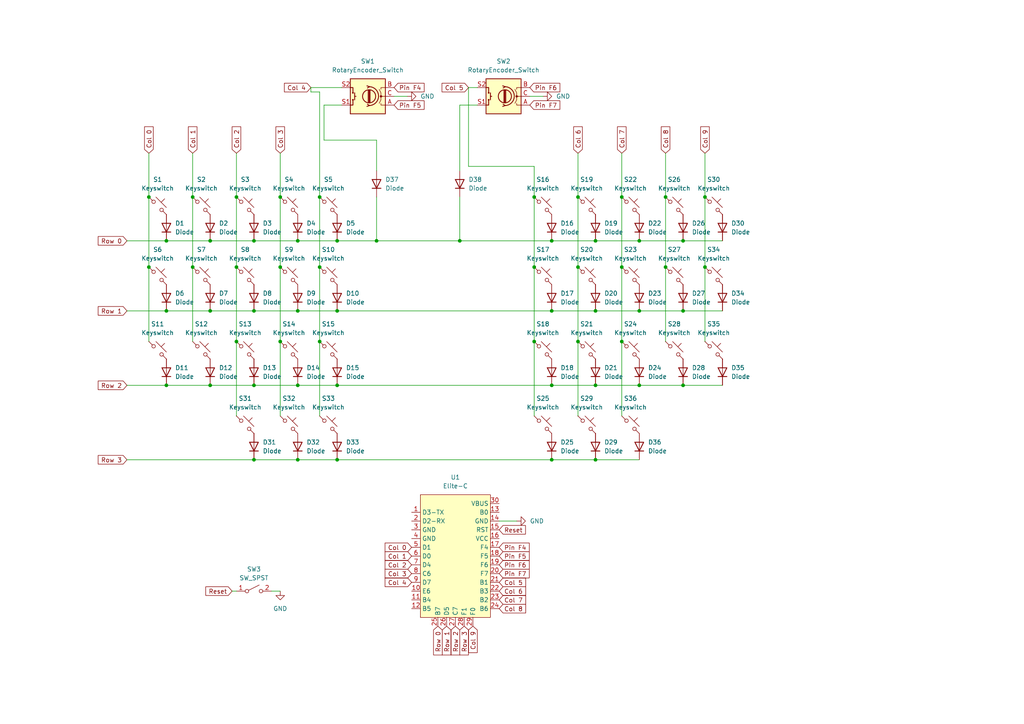
<source format=kicad_sch>
(kicad_sch (version 20230121) (generator eeschema)
  (paper "A4")
  (lib_symbols
    (symbol "Device:RotaryEncoder_Switch" (pin_names (offset 0.254) hide)
      (property "Reference" "SW" (at 0 6.604 0))
      (property "Value" "RotaryEncoder_Switch" (at 0 -6.604 0))
      (symbol "RotaryEncoder_Switch_0_1"
        (rectangle (start -5.08 5.08) (end 5.08 -5.08) (stroke (width 0.254)) (fill (type background)))
        (circle (center -3.81 0) (radius 0.254) (fill (type outline)))
        (circle (center -0.381 0) (radius 1.905) (stroke (width 0.254)))
        (arc (start -0.381 2.667) (mid -3.0988 -0.0635) (end -0.381 -2.794) (stroke (width 0.254)))
        (polyline (pts (xy -0.635 -1.778) (xy -0.635 1.778)) (stroke (width 0.254)))
        (polyline (pts (xy -0.381 -1.778) (xy -0.381 1.778)) (stroke (width 0.254)))
        (polyline (pts (xy -0.127 1.778) (xy -0.127 -1.778)) (stroke (width 0.254)))
        (polyline (pts (xy 3.81 0) (xy 3.429 0)) (stroke (width 0.254)))
        (polyline (pts (xy 3.81 1.016) (xy 3.81 -1.016)) (stroke (width 0.254)))
        (polyline (pts (xy -5.08 -2.54) (xy -3.81 -2.54) (xy -3.81 -2.032)))
        (polyline (pts (xy -5.08 2.54) (xy -3.81 2.54) (xy -3.81 2.032)))
        (polyline (pts (xy 0.254 -3.048) (xy -0.508 -2.794) (xy 0.127 -2.413)) (stroke (width 0.254)))
        (polyline (pts (xy 0.254 2.921) (xy -0.508 2.667) (xy 0.127 2.286)) (stroke (width 0.254)))
        (polyline (pts (xy 5.08 -2.54) (xy 4.318 -2.54) (xy 4.318 -1.016)) (stroke (width 0.254)))
        (polyline (pts (xy 5.08 2.54) (xy 4.318 2.54) (xy 4.318 1.016)) (stroke (width 0.254)))
        (polyline (pts (xy -5.08 0) (xy -3.81 0) (xy -3.81 -1.016) (xy -3.302 -2.032)))
        (polyline (pts (xy -4.318 0) (xy -3.81 0) (xy -3.81 1.016) (xy -3.302 2.032)))
        (circle (center 4.318 -1.016) (radius 0.127) (stroke (width 0.254)))
        (circle (center 4.318 1.016) (radius 0.127) (stroke (width 0.254)))
      )
      (symbol "RotaryEncoder_Switch_1_1"
        (pin passive line (at -7.62 2.54 0) (length 2.54) (name "A") (number "A"))
        (pin passive line (at -7.62 -2.54 0) (length 2.54) (name "B") (number "B"))
        (pin passive line (at -7.62 0 0) (length 2.54) (name "C") (number "C"))
        (pin passive line (at 7.62 2.54 180) (length 2.54) (name "S1") (number "S1"))
        (pin passive line (at 7.62 -2.54 180) (length 2.54) (name "S2") (number "S2"))
      )
    )
    (symbol "PCM_marbastlib-promicroish:Elite-C" (in_bom no)
      (property "Reference" "U" (at 0 22.86 0))
      (property "Value" "Elite-C" (at 0 20.32 0))
      (symbol "Elite-C_0_0"
        (pin bidirectional line (at -12.7 13.97 0) (length 2.54) (name "D3-TX") (number "1"))
        (pin bidirectional line (at -12.7 -8.89 0) (length 2.54) (name "E6") (number "10"))
        (pin bidirectional line (at -12.7 -11.43 0) (length 2.54) (name "B4") (number "11"))
        (pin bidirectional line (at -12.7 -13.97 0) (length 2.54) (name "B5") (number "12"))
        (pin power_out line (at 12.7 11.43 180) (length 2.54) (name "GND") (number "14"))
        (pin bidirectional line (at 12.7 8.89 180) (length 2.54) (name "RST") (number "15"))
        (pin bidirectional line (at 12.7 3.81 180) (length 2.54) (name "F4") (number "17"))
        (pin bidirectional line (at 12.7 1.27 180) (length 2.54) (name "F5") (number "18"))
        (pin bidirectional line (at 12.7 -1.27 180) (length 2.54) (name "F6") (number "19"))
        (pin bidirectional line (at -12.7 11.43 0) (length 2.54) (name "D2-RX") (number "2"))
        (pin bidirectional line (at 12.7 -3.81 180) (length 2.54) (name "F7") (number "20"))
        (pin bidirectional line (at 12.7 -6.35 180) (length 2.54) (name "B1") (number "21"))
        (pin bidirectional line (at 12.7 -8.89 180) (length 2.54) (name "B3") (number "22"))
        (pin bidirectional line (at 12.7 -11.43 180) (length 2.54) (name "B2") (number "23"))
        (pin bidirectional line (at 12.7 -13.97 180) (length 2.54) (name "B6") (number "24"))
        (pin power_out line (at -12.7 8.89 0) (length 2.54) (name "GND") (number "3"))
        (pin power_out line (at -12.7 6.35 0) (length 2.54) (name "GND") (number "4"))
        (pin bidirectional line (at -12.7 3.81 0) (length 2.54) (name "D1") (number "5"))
        (pin bidirectional line (at -12.7 1.27 0) (length 2.54) (name "D0") (number "6"))
        (pin bidirectional line (at -12.7 -1.27 0) (length 2.54) (name "D4") (number "7"))
        (pin bidirectional line (at -12.7 -3.81 0) (length 2.54) (name "C6") (number "8"))
        (pin bidirectional line (at -12.7 -6.35 0) (length 2.54) (name "D7") (number "9"))
      )
      (symbol "Elite-C_1_0"
        (pin bidirectional line (at 12.7 13.97 180) (length 2.54) (name "B0") (number "13"))
        (pin power_out line (at 12.7 6.35 180) (length 2.54) (name "VCC") (number "16"))
        (pin bidirectional line (at -5.08 -19.05 90) (length 2.54) (name "B7") (number "25"))
        (pin bidirectional line (at -2.54 -19.05 90) (length 2.54) (name "D5") (number "26"))
        (pin bidirectional line (at 0 -19.05 90) (length 2.54) (name "C7") (number "27"))
        (pin bidirectional line (at 2.54 -19.05 90) (length 2.54) (name "F1") (number "28"))
        (pin bidirectional line (at 5.08 -19.05 90) (length 2.54) (name "F0") (number "29"))
        (pin power_in line (at 12.7 16.51 180) (length 2.54) (name "VBUS") (number "30"))
      )
      (symbol "Elite-C_1_1"
        (rectangle (start -10.16 19.05) (end 10.16 -16.51) (fill (type background)))
      )
    )
    (symbol "ScottoKeebs:Placeholder_Diode" (pin_numbers hide) (pin_names hide)
      (property "Reference" "D" (at 0 2.54 0))
      (property "Value" "Diode" (at 0 -2.54 0))
      (symbol "Placeholder_Diode_0_1"
        (polyline (pts (xy -1.27 1.27) (xy -1.27 -1.27)) (stroke (width 0.254)))
        (polyline (pts (xy 1.27 0) (xy -1.27 0)))
        (polyline (pts (xy 1.27 1.27) (xy 1.27 -1.27) (xy -1.27 0) (xy 1.27 1.27)) (stroke (width 0.254)))
      )
      (symbol "Placeholder_Diode_1_1"
        (pin passive line (at -3.81 0 0) (length 2.54) (name "K") (number "1"))
        (pin passive line (at 3.81 0 180) (length 2.54) (name "A") (number "2"))
      )
    )
    (symbol "ScottoKeebs:Placeholder_Keyswitch" (pin_numbers hide) (pin_names (offset 1.016) hide)
      (property "Reference" "S" (at 3.048 1.016 0))
      (property "Value" "Keyswitch" (at 0 -3.81 0))
      (symbol "Placeholder_Keyswitch_0_1"
        (circle (center -1.1684 1.1684) (radius 0.508))
        (polyline (pts (xy -0.508 2.54) (xy 2.54 -0.508)))
        (polyline (pts (xy 1.016 1.016) (xy 2.032 2.032)))
        (polyline (pts (xy -2.54 2.54) (xy -1.524 1.524) (xy -1.524 1.524)))
        (polyline (pts (xy 1.524 -1.524) (xy 2.54 -2.54) (xy 2.54 -2.54) (xy 2.54 -2.54)))
        (circle (center 1.143 -1.1938) (radius 0.508))
        (pin passive line (at -2.54 2.54 0) (length 0) (name "1") (number "1"))
        (pin passive line (at 2.54 -2.54 180) (length 0) (name "2") (number "2"))
      )
    )
    (symbol "Switch:SW_SPST" (pin_names (offset 0) hide)
      (property "Reference" "SW" (at 0 3.175 0))
      (property "Value" "SW_SPST" (at 0 -2.54 0))
      (symbol "SW_SPST_0_0"
        (circle (center -2.032 0) (radius 0.508))
        (polyline (pts (xy -1.524 0.254) (xy 1.524 1.778)))
        (circle (center 2.032 0) (radius 0.508))
      )
      (symbol "SW_SPST_1_1"
        (pin passive line (at -5.08 0 0) (length 2.54) (name "A") (number "1"))
        (pin passive line (at 5.08 0 180) (length 2.54) (name "B") (number "2"))
      )
    )
    (symbol "power:GND" (power) (pin_names (offset 0))
      (property "Value" "GND" (at 0 -3.81 0))
      (symbol "GND_0_1"
        (polyline (pts (xy 0 0) (xy 0 -1.27) (xy 1.27 -1.27) (xy 0 -2.54) (xy -1.27 -1.27) (xy 0 -1.27)))
      )
      (symbol "GND_1_1"
        (pin power_in line (at 0 0 270) (length 0) hide (name "GND") (number "1"))
      )
    )
  )
  (junction (at 198.12 90.17))
  (junction (at 81.28 77.47))
  (junction (at 68.58 77.47))
  (junction (at 185.42 69.85))
  (junction (at 198.12 111.76))
  (junction (at 43.18 77.47))
  (junction (at 60.96 111.76))
  (junction (at 92.71 99.06))
  (junction (at 68.58 57.15))
  (junction (at 160.02 111.76))
  (junction (at 154.94 99.06))
  (junction (at 86.36 111.76))
  (junction (at 185.42 111.76))
  (junction (at 81.28 57.15))
  (junction (at 97.79 90.17))
  (junction (at 60.96 90.17))
  (junction (at 48.26 111.76))
  (junction (at 55.88 77.47))
  (junction (at 180.34 57.15))
  (junction (at 60.96 69.85))
  (junction (at 154.94 77.47))
  (junction (at 86.36 133.35))
  (junction (at 81.28 99.06))
  (junction (at 172.72 90.17))
  (junction (at 92.71 77.47))
  (junction (at 180.34 77.47))
  (junction (at 73.66 133.35))
  (junction (at 154.94 57.15))
  (junction (at 172.72 133.35))
  (junction (at 185.42 90.17))
  (junction (at 133.35 69.85))
  (junction (at 48.26 69.85))
  (junction (at 55.88 57.15))
  (junction (at 73.66 69.85))
  (junction (at 204.47 77.47))
  (junction (at 204.47 57.15))
  (junction (at 160.02 90.17))
  (junction (at 97.79 111.76))
  (junction (at 73.66 90.17))
  (junction (at 109.22 69.85))
  (junction (at 180.34 99.06))
  (junction (at 172.72 69.85))
  (junction (at 86.36 90.17))
  (junction (at 86.36 69.85))
  (junction (at 68.58 99.06))
  (junction (at 97.79 69.85))
  (junction (at 167.64 57.15))
  (junction (at 160.02 69.85))
  (junction (at 167.64 99.06))
  (junction (at 160.02 133.35))
  (junction (at 48.26 90.17))
  (junction (at 172.72 111.76))
  (junction (at 97.79 133.35))
  (junction (at 92.71 57.15))
  (junction (at 193.04 77.47))
  (junction (at 193.04 57.15))
  (junction (at 167.64 77.47))
  (junction (at 43.18 57.15))
  (junction (at 198.12 69.85))
  (junction (at 73.66 111.76))
  (wire (pts (xy 160.02 69.85) (xy 172.72 69.85)))
  (wire (pts (xy 198.12 69.85) (xy 209.55 69.85)))
  (wire (pts (xy 36.83 90.17) (xy 48.26 90.17)))
  (wire (pts (xy 60.96 90.17) (xy 73.66 90.17)))
  (wire (pts (xy 160.02 133.35) (xy 172.72 133.35)))
  (wire (pts (xy 172.72 90.17) (xy 185.42 90.17)))
  (wire (pts (xy 154.94 48.26) (xy 154.94 57.15)))
  (wire (pts (xy 185.42 69.85) (xy 198.12 69.85)))
  (wire (pts (xy 172.72 133.35) (xy 185.42 133.35)))
  (wire (pts (xy 133.35 30.48) (xy 133.35 49.53)))
  (wire (pts (xy 48.26 90.17) (xy 60.96 90.17)))
  (wire (pts (xy 109.22 40.64) (xy 109.22 49.53)))
  (wire (pts (xy 167.64 57.15) (xy 167.64 77.47)))
  (wire (pts (xy 90.17 26.67) (xy 92.71 26.67)))
  (wire (pts (xy 68.58 44.45) (xy 68.58 57.15)))
  (wire (pts (xy 135.89 48.26) (xy 135.89 25.4)))
  (wire (pts (xy 92.71 26.67) (xy 92.71 57.15)))
  (wire (pts (xy 180.34 44.45) (xy 180.34 57.15)))
  (wire (pts (xy 172.72 69.85) (xy 185.42 69.85)))
  (wire (pts (xy 93.98 40.64) (xy 93.98 30.48)))
  (wire (pts (xy 60.96 69.85) (xy 73.66 69.85)))
  (wire (pts (xy 97.79 90.17) (xy 160.02 90.17)))
  (wire (pts (xy 157.48 27.94) (xy 153.67 27.94)))
  (wire (pts (xy 55.88 44.45) (xy 55.88 57.15)))
  (wire (pts (xy 185.42 111.76) (xy 198.12 111.76)))
  (wire (pts (xy 36.83 111.76) (xy 48.26 111.76)))
  (wire (pts (xy 48.26 69.85) (xy 60.96 69.85)))
  (wire (pts (xy 86.36 111.76) (xy 97.79 111.76)))
  (wire (pts (xy 133.35 57.15) (xy 133.35 69.85)))
  (wire (pts (xy 92.71 99.06) (xy 92.71 120.65)))
  (wire (pts (xy 81.28 57.15) (xy 81.28 77.47)))
  (wire (pts (xy 48.26 111.76) (xy 60.96 111.76)))
  (wire (pts (xy 198.12 111.76) (xy 209.55 111.76)))
  (wire (pts (xy 160.02 90.17) (xy 172.72 90.17)))
  (wire (pts (xy 90.17 25.4) (xy 99.06 25.4)))
  (wire (pts (xy 81.28 171.45) (xy 78.74 171.45)))
  (wire (pts (xy 180.34 57.15) (xy 180.34 77.47)))
  (wire (pts (xy 97.79 111.76) (xy 160.02 111.76)))
  (wire (pts (xy 73.66 90.17) (xy 86.36 90.17)))
  (wire (pts (xy 68.58 57.15) (xy 68.58 77.47)))
  (wire (pts (xy 93.98 30.48) (xy 99.06 30.48)))
  (wire (pts (xy 109.22 69.85) (xy 133.35 69.85)))
  (wire (pts (xy 43.18 44.45) (xy 43.18 57.15)))
  (wire (pts (xy 36.83 69.85) (xy 48.26 69.85)))
  (wire (pts (xy 90.17 25.4) (xy 90.17 26.67)))
  (wire (pts (xy 67.31 171.45) (xy 68.58 171.45)))
  (wire (pts (xy 36.83 133.35) (xy 73.66 133.35)))
  (wire (pts (xy 133.35 30.48) (xy 138.43 30.48)))
  (wire (pts (xy 167.64 44.45) (xy 167.64 57.15)))
  (wire (pts (xy 198.12 90.17) (xy 209.55 90.17)))
  (wire (pts (xy 73.66 133.35) (xy 86.36 133.35)))
  (wire (pts (xy 193.04 77.47) (xy 193.04 99.06)))
  (wire (pts (xy 86.36 90.17) (xy 97.79 90.17)))
  (wire (pts (xy 55.88 77.47) (xy 55.88 99.06)))
  (wire (pts (xy 81.28 77.47) (xy 81.28 99.06)))
  (wire (pts (xy 204.47 57.15) (xy 204.47 77.47)))
  (wire (pts (xy 43.18 77.47) (xy 43.18 99.06)))
  (wire (pts (xy 86.36 133.35) (xy 97.79 133.35)))
  (wire (pts (xy 149.86 151.13) (xy 144.78 151.13)))
  (wire (pts (xy 92.71 77.47) (xy 92.71 99.06)))
  (wire (pts (xy 193.04 44.45) (xy 193.04 57.15)))
  (wire (pts (xy 43.18 57.15) (xy 43.18 77.47)))
  (wire (pts (xy 55.88 57.15) (xy 55.88 77.47)))
  (wire (pts (xy 97.79 133.35) (xy 160.02 133.35)))
  (wire (pts (xy 204.47 44.45) (xy 204.47 57.15)))
  (wire (pts (xy 81.28 44.45) (xy 81.28 57.15)))
  (wire (pts (xy 81.28 99.06) (xy 81.28 120.65)))
  (wire (pts (xy 160.02 111.76) (xy 172.72 111.76)))
  (wire (pts (xy 154.94 77.47) (xy 154.94 99.06)))
  (wire (pts (xy 154.94 57.15) (xy 154.94 77.47)))
  (wire (pts (xy 154.94 99.06) (xy 154.94 120.65)))
  (wire (pts (xy 185.42 90.17) (xy 198.12 90.17)))
  (wire (pts (xy 180.34 99.06) (xy 180.34 120.65)))
  (wire (pts (xy 97.79 69.85) (xy 109.22 69.85)))
  (wire (pts (xy 172.72 111.76) (xy 185.42 111.76)))
  (wire (pts (xy 193.04 57.15) (xy 193.04 77.47)))
  (wire (pts (xy 109.22 40.64) (xy 93.98 40.64)))
  (wire (pts (xy 167.64 99.06) (xy 167.64 120.65)))
  (wire (pts (xy 204.47 77.47) (xy 204.47 99.06)))
  (wire (pts (xy 118.11 27.94) (xy 114.3 27.94)))
  (wire (pts (xy 68.58 77.47) (xy 68.58 99.06)))
  (wire (pts (xy 180.34 77.47) (xy 180.34 99.06)))
  (wire (pts (xy 154.94 48.26) (xy 135.89 48.26)))
  (wire (pts (xy 73.66 69.85) (xy 86.36 69.85)))
  (wire (pts (xy 68.58 99.06) (xy 68.58 120.65)))
  (wire (pts (xy 92.71 57.15) (xy 92.71 77.47)))
  (wire (pts (xy 167.64 77.47) (xy 167.64 99.06)))
  (wire (pts (xy 109.22 57.15) (xy 109.22 69.85)))
  (wire (pts (xy 86.36 69.85) (xy 97.79 69.85)))
  (wire (pts (xy 135.89 25.4) (xy 138.43 25.4)))
  (wire (pts (xy 73.66 111.76) (xy 86.36 111.76)))
  (wire (pts (xy 60.96 111.76) (xy 73.66 111.76)))
  (wire (pts (xy 160.02 69.85) (xy 133.35 69.85)))
  (global_label "Col 9" (shape input) (at 137.16 181.61 270) (property "Intersheetrefs" "${INTERSHEET_REFS}" (effects hide)))
  (global_label "Pin F6" (shape input) (at 144.78 163.83 0) (property "Intersheetrefs" "${INTERSHEET_REFS}" (effects hide)))
  (global_label "Pin F5" (shape input) (at 114.3 30.48 0) (property "Intersheetrefs" "${INTERSHEET_REFS}" (effects hide)))
  (global_label "Col 9" (shape input) (at 204.47 44.45 90) (property "Intersheetrefs" "${INTERSHEET_REFS}" (effects hide)))
  (global_label "Row 1" (shape input) (at 36.83 90.17 180) (property "Intersheetrefs" "${INTERSHEET_REFS}" (effects hide)))
  (global_label "Row 2" (shape input) (at 132.08 181.61 270) (property "Intersheetrefs" "${INTERSHEET_REFS}" (effects hide)))
  (global_label "Col 5" (shape input) (at 144.78 168.91 0) (property "Intersheetrefs" "${INTERSHEET_REFS}" (effects hide)))
  (global_label "Col 4" (shape input) (at 119.38 168.91 180) (property "Intersheetrefs" "${INTERSHEET_REFS}" (effects hide)))
  (global_label "Pin F6" (shape input) (at 153.67 25.4 0) (property "Intersheetrefs" "${INTERSHEET_REFS}" (effects hide)))
  (global_label "Pin F7" (shape input) (at 144.78 166.37 0) (property "Intersheetrefs" "${INTERSHEET_REFS}" (effects hide)))
  (global_label "Col 4" (shape input) (at 90.17 25.4 180) (property "Intersheetrefs" "${INTERSHEET_REFS}" (effects hide)))
  (global_label "Col 0" (shape input) (at 43.18 44.45 90) (property "Intersheetrefs" "${INTERSHEET_REFS}" (effects hide)))
  (global_label "Pin F7" (shape input) (at 153.67 30.48 0) (property "Intersheetrefs" "${INTERSHEET_REFS}" (effects hide)))
  (global_label "Col 1" (shape input) (at 119.38 161.29 180) (property "Intersheetrefs" "${INTERSHEET_REFS}" (effects hide)))
  (global_label "Col 6" (shape input) (at 167.64 44.45 90) (property "Intersheetrefs" "${INTERSHEET_REFS}" (effects hide)))
  (global_label "Col 0" (shape input) (at 119.38 158.75 180) (property "Intersheetrefs" "${INTERSHEET_REFS}" (effects hide)))
  (global_label "Pin F4" (shape input) (at 144.78 158.75 0) (property "Intersheetrefs" "${INTERSHEET_REFS}" (effects hide)))
  (global_label "Reset" (shape input) (at 67.31 171.45 180) (property "Intersheetrefs" "${INTERSHEET_REFS}" (effects hide)))
  (global_label "Row 0" (shape input) (at 127 181.61 270) (property "Intersheetrefs" "${INTERSHEET_REFS}" (effects hide)))
  (global_label "Row 3" (shape input) (at 134.62 181.61 270) (property "Intersheetrefs" "${INTERSHEET_REFS}" (effects hide)))
  (global_label "Col 6" (shape input) (at 144.78 171.45 0) (property "Intersheetrefs" "${INTERSHEET_REFS}" (effects hide)))
  (global_label "Row 3" (shape input) (at 36.83 133.35 180) (property "Intersheetrefs" "${INTERSHEET_REFS}" (effects hide)))
  (global_label "Col 7" (shape input) (at 144.78 173.99 0) (property "Intersheetrefs" "${INTERSHEET_REFS}" (effects hide)))
  (global_label "Col 8" (shape input) (at 144.78 176.53 0) (property "Intersheetrefs" "${INTERSHEET_REFS}" (effects hide)))
  (global_label "Col 3" (shape input) (at 119.38 166.37 180) (property "Intersheetrefs" "${INTERSHEET_REFS}" (effects hide)))
  (global_label "Reset" (shape input) (at 144.78 153.67 0) (property "Intersheetrefs" "${INTERSHEET_REFS}" (effects hide)))
  (global_label "Col 1" (shape input) (at 55.88 44.45 90) (property "Intersheetrefs" "${INTERSHEET_REFS}" (effects hide)))
  (global_label "Row 1" (shape input) (at 129.54 181.61 270) (property "Intersheetrefs" "${INTERSHEET_REFS}" (effects hide)))
  (global_label "Col 5" (shape input) (at 135.89 25.4 180) (property "Intersheetrefs" "${INTERSHEET_REFS}" (effects hide)))
  (global_label "Col 7" (shape input) (at 180.34 44.45 90) (property "Intersheetrefs" "${INTERSHEET_REFS}" (effects hide)))
  (global_label "Col 8" (shape input) (at 193.04 44.45 90) (property "Intersheetrefs" "${INTERSHEET_REFS}" (effects hide)))
  (global_label "Col 2" (shape input) (at 119.38 163.83 180) (property "Intersheetrefs" "${INTERSHEET_REFS}" (effects hide)))
  (global_label "Pin F4" (shape input) (at 114.3 25.4 0) (property "Intersheetrefs" "${INTERSHEET_REFS}" (effects hide)))
  (global_label "Col 3" (shape input) (at 81.28 44.45 90) (property "Intersheetrefs" "${INTERSHEET_REFS}" (effects hide)))
  (global_label "Pin F5" (shape input) (at 144.78 161.29 0) (property "Intersheetrefs" "${INTERSHEET_REFS}" (effects hide)))
  (global_label "Col 2" (shape input) (at 68.58 44.45 90) (property "Intersheetrefs" "${INTERSHEET_REFS}" (effects hide)))
  (global_label "Row 0" (shape input) (at 36.83 69.85 180) (property "Intersheetrefs" "${INTERSHEET_REFS}" (effects hide)))
  (global_label "Row 2" (shape input) (at 36.83 111.76 180) (property "Intersheetrefs" "${INTERSHEET_REFS}" (effects hide)))
  (symbol (lib_id "ScottoKeebs:Placeholder_Diode") (at 160.02 66.04 90) (unit 1)
    (property "Reference" "D16" (at 162.56 64.77 90) (effects (justify right)))
    (property "Value" "Diode" (at 162.56 67.31 90) (effects (justify right)))
    (property "Footprint" "ScottoKeebs_Components:Diode_SOD-123" (effects hide))
    (property "Sim.Device" "D" (effects hide))
    (property "Sim.Pins" "1=K 2=A" (effects hide))
  )
  (symbol (lib_id "ScottoKeebs:Placeholder_Keyswitch") (at 170.18 80.01 0) (unit 1)
    (property "Reference" "S20" (at 170.18 72.39 0))
    (property "Value" "Keyswitch" (at 170.18 74.93 0))
    (property "Footprint" "ScottoKeebs_MX:MX_PCB_1.00u" (effects hide))
  )
  (symbol (lib_id "ScottoKeebs:Placeholder_Keyswitch") (at 45.72 101.6 0) (unit 1)
    (property "Reference" "S11" (at 45.72 93.98 0))
    (property "Value" "Keyswitch" (at 45.72 96.52 0))
    (property "Footprint" "ScottoKeebs_MX:MX_PCB_1.00u" (effects hide))
  )
  (symbol (lib_id "ScottoKeebs:Placeholder_Diode") (at 86.36 107.95 90) (unit 1)
    (property "Reference" "D14" (at 88.9 106.68 90) (effects (justify right)))
    (property "Value" "Diode" (at 88.9 109.22 90) (effects (justify right)))
    (property "Footprint" "ScottoKeebs_Components:Diode_SOD-123" (effects hide))
    (property "Sim.Device" "D" (effects hide))
    (property "Sim.Pins" "1=K 2=A" (effects hide))
  )
  (symbol (lib_id "ScottoKeebs:Placeholder_Diode") (at 73.66 66.04 90) (unit 1)
    (property "Reference" "D3" (at 76.2 64.77 90) (effects (justify right)))
    (property "Value" "Diode" (at 76.2 67.31 90) (effects (justify right)))
    (property "Footprint" "ScottoKeebs_Components:Diode_SOD-123" (effects hide))
    (property "Sim.Device" "D" (effects hide))
    (property "Sim.Pins" "1=K 2=A" (effects hide))
  )
  (symbol (lib_id "ScottoKeebs:Placeholder_Diode") (at 48.26 66.04 90) (unit 1)
    (property "Reference" "D1" (at 50.8 64.77 90) (effects (justify right)))
    (property "Value" "Diode" (at 50.8 67.31 90) (effects (justify right)))
    (property "Footprint" "ScottoKeebs_Components:Diode_SOD-123" (effects hide))
    (property "Sim.Device" "D" (effects hide))
    (property "Sim.Pins" "1=K 2=A" (effects hide))
  )
  (symbol (lib_id "Device:RotaryEncoder_Switch") (at 106.68 27.94 180) (unit 1)
    (property "Reference" "SW1" (at 106.68 17.78 0))
    (property "Value" "RotaryEncoder_Switch" (at 106.68 20.32 0))
    (property "Footprint" "Keebio-Parts:RotaryEncoder_EC11" (effects hide))
  )
  (symbol (lib_id "ScottoKeebs:Placeholder_Keyswitch") (at 83.82 123.19 0) (unit 1)
    (property "Reference" "S32" (at 83.82 115.57 0))
    (property "Value" "Keyswitch" (at 83.82 118.11 0))
    (property "Footprint" "ScottoKeebs_MX:MX_PCB_1.00u" (effects hide))
  )
  (symbol (lib_id "ScottoKeebs:Placeholder_Keyswitch") (at 58.42 101.6 0) (unit 1)
    (property "Reference" "S12" (at 58.42 93.98 0))
    (property "Value" "Keyswitch" (at 58.42 96.52 0))
    (property "Footprint" "ScottoKeebs_MX:MX_PCB_1.00u" (effects hide))
  )
  (symbol (lib_id "ScottoKeebs:Placeholder_Keyswitch") (at 45.72 80.01 0) (unit 1)
    (property "Reference" "S6" (at 45.72 72.39 0))
    (property "Value" "Keyswitch" (at 45.72 74.93 0))
    (property "Footprint" "ScottoKeebs_MX:MX_PCB_1.00u" (effects hide))
  )
  (symbol (lib_id "ScottoKeebs:Placeholder_Diode") (at 172.72 66.04 90) (unit 1)
    (property "Reference" "D19" (at 175.26 64.77 90) (effects (justify right)))
    (property "Value" "Diode" (at 175.26 67.31 90) (effects (justify right)))
    (property "Footprint" "ScottoKeebs_Components:Diode_SOD-123" (effects hide))
    (property "Sim.Device" "D" (effects hide))
    (property "Sim.Pins" "1=K 2=A" (effects hide))
  )
  (symbol (lib_id "ScottoKeebs:Placeholder_Keyswitch") (at 157.48 123.19 0) (unit 1)
    (property "Reference" "S25" (at 157.48 115.57 0))
    (property "Value" "Keyswitch" (at 157.48 118.11 0))
    (property "Footprint" "ScottoKeebs_MX:MX_PCB_1.00u" (effects hide))
  )
  (symbol (lib_id "ScottoKeebs:Placeholder_Keyswitch") (at 58.42 80.01 0) (unit 1)
    (property "Reference" "S7" (at 58.42 72.39 0))
    (property "Value" "Keyswitch" (at 58.42 74.93 0))
    (property "Footprint" "ScottoKeebs_MX:MX_PCB_1.00u" (effects hide))
  )
  (symbol (lib_id "ScottoKeebs:Placeholder_Diode") (at 133.35 53.34 90) (unit 1)
    (property "Reference" "D38" (at 135.89 52.07 90) (effects (justify right)))
    (property "Value" "Diode" (at 135.89 54.61 90) (effects (justify right)))
    (property "Footprint" "ScottoKeebs_Components:Diode_SOD-123" (effects hide))
    (property "Sim.Device" "D" (effects hide))
    (property "Sim.Pins" "1=K 2=A" (effects hide))
  )
  (symbol (lib_id "ScottoKeebs:Placeholder_Diode") (at 60.96 66.04 90) (unit 1)
    (property "Reference" "D2" (at 63.5 64.77 90) (effects (justify right)))
    (property "Value" "Diode" (at 63.5 67.31 90) (effects (justify right)))
    (property "Footprint" "ScottoKeebs_Components:Diode_SOD-123" (effects hide))
    (property "Sim.Device" "D" (effects hide))
    (property "Sim.Pins" "1=K 2=A" (effects hide))
  )
  (symbol (lib_id "ScottoKeebs:Placeholder_Keyswitch") (at 182.88 123.19 0) (unit 1)
    (property "Reference" "S36" (at 182.88 115.57 0))
    (property "Value" "Keyswitch" (at 182.88 118.11 0))
    (property "Footprint" "ScottoKeebs_MX:MX_PCB_1.00u" (effects hide))
  )
  (symbol (lib_id "power:GND") (at 118.11 27.94 90) (unit 1)
    (property "Reference" "#PWR02" (effects hide))
    (property "Value" "GND" (at 121.92 27.94 90) (effects (justify right)))
  )
  (symbol (lib_id "ScottoKeebs:Placeholder_Keyswitch") (at 207.01 80.01 0) (unit 1)
    (property "Reference" "S34" (at 207.01 72.39 0))
    (property "Value" "Keyswitch" (at 207.01 74.93 0))
    (property "Footprint" "ScottoKeebs_MX:MX_PCB_1.00u" (effects hide))
  )
  (symbol (lib_id "ScottoKeebs:Placeholder_Diode") (at 86.36 129.54 90) (unit 1)
    (property "Reference" "D32" (at 88.9 128.27 90) (effects (justify right)))
    (property "Value" "Diode" (at 88.9 130.81 90) (effects (justify right)))
    (property "Footprint" "ScottoKeebs_Components:Diode_SOD-123" (effects hide))
    (property "Sim.Device" "D" (effects hide))
    (property "Sim.Pins" "1=K 2=A" (effects hide))
  )
  (symbol (lib_id "ScottoKeebs:Placeholder_Diode") (at 73.66 129.54 90) (unit 1)
    (property "Reference" "D31" (at 76.2 128.27 90) (effects (justify right)))
    (property "Value" "Diode" (at 76.2 130.81 90) (effects (justify right)))
    (property "Footprint" "ScottoKeebs_Components:Diode_SOD-123" (effects hide))
    (property "Sim.Device" "D" (effects hide))
    (property "Sim.Pins" "1=K 2=A" (effects hide))
  )
  (symbol (lib_id "ScottoKeebs:Placeholder_Diode") (at 86.36 86.36 90) (unit 1)
    (property "Reference" "D9" (at 88.9 85.09 90) (effects (justify right)))
    (property "Value" "Diode" (at 88.9 87.63 90) (effects (justify right)))
    (property "Footprint" "ScottoKeebs_Components:Diode_SOD-123" (effects hide))
    (property "Sim.Device" "D" (effects hide))
    (property "Sim.Pins" "1=K 2=A" (effects hide))
  )
  (symbol (lib_id "ScottoKeebs:Placeholder_Diode") (at 185.42 107.95 90) (unit 1)
    (property "Reference" "D24" (at 187.96 106.68 90) (effects (justify right)))
    (property "Value" "Diode" (at 187.96 109.22 90) (effects (justify right)))
    (property "Footprint" "ScottoKeebs_Components:Diode_SOD-123" (effects hide))
    (property "Sim.Device" "D" (effects hide))
    (property "Sim.Pins" "1=K 2=A" (effects hide))
  )
  (symbol (lib_id "ScottoKeebs:Placeholder_Keyswitch") (at 95.25 101.6 0) (unit 1)
    (property "Reference" "S15" (at 95.25 93.98 0))
    (property "Value" "Keyswitch" (at 95.25 96.52 0))
    (property "Footprint" "ScottoKeebs_MX:MX_PCB_1.00u" (effects hide))
  )
  (symbol (lib_id "ScottoKeebs:Placeholder_Keyswitch") (at 157.48 80.01 0) (unit 1)
    (property "Reference" "S17" (at 157.48 72.39 0))
    (property "Value" "Keyswitch" (at 157.48 74.93 0))
    (property "Footprint" "ScottoKeebs_MX:MX_PCB_1.00u" (effects hide))
  )
  (symbol (lib_id "ScottoKeebs:Placeholder_Keyswitch") (at 83.82 59.69 0) (unit 1)
    (property "Reference" "S4" (at 83.82 52.07 0))
    (property "Value" "Keyswitch" (at 83.82 54.61 0))
    (property "Footprint" "ScottoKeebs_MX:MX_PCB_1.00u" (effects hide))
  )
  (symbol (lib_id "ScottoKeebs:Placeholder_Keyswitch") (at 71.12 80.01 0) (unit 1)
    (property "Reference" "S8" (at 71.12 72.39 0))
    (property "Value" "Keyswitch" (at 71.12 74.93 0))
    (property "Footprint" "ScottoKeebs_MX:MX_PCB_1.00u" (effects hide))
  )
  (symbol (lib_id "ScottoKeebs:Placeholder_Diode") (at 160.02 86.36 90) (unit 1)
    (property "Reference" "D17" (at 162.56 85.09 90) (effects (justify right)))
    (property "Value" "Diode" (at 162.56 87.63 90) (effects (justify right)))
    (property "Footprint" "ScottoKeebs_Components:Diode_SOD-123" (effects hide))
    (property "Sim.Device" "D" (effects hide))
    (property "Sim.Pins" "1=K 2=A" (effects hide))
  )
  (symbol (lib_id "ScottoKeebs:Placeholder_Diode") (at 172.72 107.95 90) (unit 1)
    (property "Reference" "D21" (at 175.26 106.68 90) (effects (justify right)))
    (property "Value" "Diode" (at 175.26 109.22 90) (effects (justify right)))
    (property "Footprint" "ScottoKeebs_Components:Diode_SOD-123" (effects hide))
    (property "Sim.Device" "D" (effects hide))
    (property "Sim.Pins" "1=K 2=A" (effects hide))
  )
  (symbol (lib_id "ScottoKeebs:Placeholder_Keyswitch") (at 157.48 101.6 0) (unit 1)
    (property "Reference" "S18" (at 157.48 93.98 0))
    (property "Value" "Keyswitch" (at 157.48 96.52 0))
    (property "Footprint" "ScottoKeebs_MX:MX_PCB_1.00u" (effects hide))
  )
  (symbol (lib_id "ScottoKeebs:Placeholder_Keyswitch") (at 170.18 59.69 0) (unit 1)
    (property "Reference" "S19" (at 170.18 52.07 0))
    (property "Value" "Keyswitch" (at 170.18 54.61 0))
    (property "Footprint" "ScottoKeebs_MX:MX_PCB_1.00u" (effects hide))
  )
  (symbol (lib_id "ScottoKeebs:Placeholder_Keyswitch") (at 195.58 59.69 0) (unit 1)
    (property "Reference" "S26" (at 195.58 52.07 0))
    (property "Value" "Keyswitch" (at 195.58 54.61 0))
    (property "Footprint" "ScottoKeebs_MX:MX_PCB_1.00u" (effects hide))
  )
  (symbol (lib_id "ScottoKeebs:Placeholder_Diode") (at 109.22 53.34 90) (unit 1)
    (property "Reference" "D37" (at 111.76 52.07 90) (effects (justify right)))
    (property "Value" "Diode" (at 111.76 54.61 90) (effects (justify right)))
    (property "Footprint" "ScottoKeebs_Components:Diode_SOD-123" (effects hide))
    (property "Sim.Device" "D" (effects hide))
    (property "Sim.Pins" "1=K 2=A" (effects hide))
  )
  (symbol (lib_id "ScottoKeebs:Placeholder_Keyswitch") (at 170.18 123.19 0) (unit 1)
    (property "Reference" "S29" (at 170.18 115.57 0))
    (property "Value" "Keyswitch" (at 170.18 118.11 0))
    (property "Footprint" "ScottoKeebs_MX:MX_PCB_1.00u" (effects hide))
  )
  (symbol (lib_id "power:GND") (at 81.28 171.45 0) (unit 1)
    (property "Reference" "#PWR04" (effects hide))
    (property "Value" "GND" (at 81.28 176.53 0))
  )
  (symbol (lib_id "ScottoKeebs:Placeholder_Diode") (at 198.12 66.04 90) (unit 1)
    (property "Reference" "D26" (at 200.66 64.77 90) (effects (justify right)))
    (property "Value" "Diode" (at 200.66 67.31 90) (effects (justify right)))
    (property "Footprint" "ScottoKeebs_Components:Diode_SOD-123" (effects hide))
    (property "Sim.Device" "D" (effects hide))
    (property "Sim.Pins" "1=K 2=A" (effects hide))
  )
  (symbol (lib_id "ScottoKeebs:Placeholder_Diode") (at 60.96 107.95 90) (unit 1)
    (property "Reference" "D12" (at 63.5 106.68 90) (effects (justify right)))
    (property "Value" "Diode" (at 63.5 109.22 90) (effects (justify right)))
    (property "Footprint" "ScottoKeebs_Components:Diode_SOD-123" (effects hide))
    (property "Sim.Device" "D" (effects hide))
    (property "Sim.Pins" "1=K 2=A" (effects hide))
  )
  (symbol (lib_id "ScottoKeebs:Placeholder_Diode") (at 60.96 86.36 90) (unit 1)
    (property "Reference" "D7" (at 63.5 85.09 90) (effects (justify right)))
    (property "Value" "Diode" (at 63.5 87.63 90) (effects (justify right)))
    (property "Footprint" "ScottoKeebs_Components:Diode_SOD-123" (effects hide))
    (property "Sim.Device" "D" (effects hide))
    (property "Sim.Pins" "1=K 2=A" (effects hide))
  )
  (symbol (lib_id "ScottoKeebs:Placeholder_Diode") (at 209.55 86.36 90) (unit 1)
    (property "Reference" "D34" (at 212.09 85.09 90) (effects (justify right)))
    (property "Value" "Diode" (at 212.09 87.63 90) (effects (justify right)))
    (property "Footprint" "ScottoKeebs_Components:Diode_SOD-123" (effects hide))
    (property "Sim.Device" "D" (effects hide))
    (property "Sim.Pins" "1=K 2=A" (effects hide))
  )
  (symbol (lib_id "ScottoKeebs:Placeholder_Keyswitch") (at 95.25 80.01 0) (unit 1)
    (property "Reference" "S10" (at 95.25 72.39 0))
    (property "Value" "Keyswitch" (at 95.25 74.93 0))
    (property "Footprint" "ScottoKeebs_MX:MX_PCB_1.00u" (effects hide))
  )
  (symbol (lib_id "ScottoKeebs:Placeholder_Diode") (at 198.12 107.95 90) (unit 1)
    (property "Reference" "D28" (at 200.66 106.68 90) (effects (justify right)))
    (property "Value" "Diode" (at 200.66 109.22 90) (effects (justify right)))
    (property "Footprint" "ScottoKeebs_Components:Diode_SOD-123" (effects hide))
    (property "Sim.Device" "D" (effects hide))
    (property "Sim.Pins" "1=K 2=A" (effects hide))
  )
  (symbol (lib_id "ScottoKeebs:Placeholder_Diode") (at 97.79 129.54 90) (unit 1)
    (property "Reference" "D33" (at 100.33 128.27 90) (effects (justify right)))
    (property "Value" "Diode" (at 100.33 130.81 90) (effects (justify right)))
    (property "Footprint" "ScottoKeebs_Components:Diode_SOD-123" (effects hide))
    (property "Sim.Device" "D" (effects hide))
    (property "Sim.Pins" "1=K 2=A" (effects hide))
  )
  (symbol (lib_id "ScottoKeebs:Placeholder_Diode") (at 97.79 66.04 90) (unit 1)
    (property "Reference" "D5" (at 100.33 64.77 90) (effects (justify right)))
    (property "Value" "Diode" (at 100.33 67.31 90) (effects (justify right)))
    (property "Footprint" "ScottoKeebs_Components:Diode_SOD-123" (effects hide))
    (property "Sim.Device" "D" (effects hide))
    (property "Sim.Pins" "1=K 2=A" (effects hide))
  )
  (symbol (lib_id "ScottoKeebs:Placeholder_Keyswitch") (at 207.01 59.69 0) (unit 1)
    (property "Reference" "S30" (at 207.01 52.07 0))
    (property "Value" "Keyswitch" (at 207.01 54.61 0))
    (property "Footprint" "ScottoKeebs_MX:MX_PCB_1.00u" (effects hide))
  )
  (symbol (lib_id "power:GND") (at 149.86 151.13 90) (unit 1)
    (property "Reference" "#PWR06" (effects hide))
    (property "Value" "GND" (at 153.67 151.13 90) (effects (justify right)))
  )
  (symbol (lib_id "ScottoKeebs:Placeholder_Keyswitch") (at 58.42 59.69 0) (unit 1)
    (property "Reference" "S2" (at 58.42 52.07 0))
    (property "Value" "Keyswitch" (at 58.42 54.61 0))
    (property "Footprint" "ScottoKeebs_MX:MX_PCB_1.00u" (effects hide))
  )
  (symbol (lib_id "ScottoKeebs:Placeholder_Diode") (at 185.42 66.04 90) (unit 1)
    (property "Reference" "D22" (at 187.96 64.77 90) (effects (justify right)))
    (property "Value" "Diode" (at 187.96 67.31 90) (effects (justify right)))
    (property "Footprint" "ScottoKeebs_Components:Diode_SOD-123" (effects hide))
    (property "Sim.Device" "D" (effects hide))
    (property "Sim.Pins" "1=K 2=A" (effects hide))
  )
  (symbol (lib_id "ScottoKeebs:Placeholder_Keyswitch") (at 157.48 59.69 0) (unit 1)
    (property "Reference" "S16" (at 157.48 52.07 0))
    (property "Value" "Keyswitch" (at 157.48 54.61 0))
    (property "Footprint" "ScottoKeebs_MX:MX_PCB_1.00u" (effects hide))
  )
  (symbol (lib_id "ScottoKeebs:Placeholder_Keyswitch") (at 83.82 101.6 0) (unit 1)
    (property "Reference" "S14" (at 83.82 93.98 0))
    (property "Value" "Keyswitch" (at 83.82 96.52 0))
    (property "Footprint" "ScottoKeebs_MX:MX_PCB_1.00u" (effects hide))
  )
  (symbol (lib_id "ScottoKeebs:Placeholder_Diode") (at 97.79 107.95 90) (unit 1)
    (property "Reference" "D15" (at 100.33 106.68 90) (effects (justify right)))
    (property "Value" "Diode" (at 100.33 109.22 90) (effects (justify right)))
    (property "Footprint" "ScottoKeebs_Components:Diode_SOD-123" (effects hide))
    (property "Sim.Device" "D" (effects hide))
    (property "Sim.Pins" "1=K 2=A" (effects hide))
  )
  (symbol (lib_id "Device:RotaryEncoder_Switch") (at 146.05 27.94 180) (unit 1)
    (property "Reference" "SW2" (at 146.05 17.78 0))
    (property "Value" "RotaryEncoder_Switch" (at 146.05 20.32 0))
    (property "Footprint" "Keebio-Parts:RotaryEncoder_EC11" (effects hide))
  )
  (symbol (lib_id "ScottoKeebs:Placeholder_Keyswitch") (at 83.82 80.01 0) (unit 1)
    (property "Reference" "S9" (at 83.82 72.39 0))
    (property "Value" "Keyswitch" (at 83.82 74.93 0))
    (property "Footprint" "ScottoKeebs_MX:MX_PCB_1.00u" (effects hide))
  )
  (symbol (lib_id "ScottoKeebs:Placeholder_Keyswitch") (at 182.88 59.69 0) (unit 1)
    (property "Reference" "S22" (at 182.88 52.07 0))
    (property "Value" "Keyswitch" (at 182.88 54.61 0))
    (property "Footprint" "ScottoKeebs_MX:MX_PCB_1.00u" (effects hide))
  )
  (symbol (lib_id "ScottoKeebs:Placeholder_Diode") (at 209.55 107.95 90) (unit 1)
    (property "Reference" "D35" (at 212.09 106.68 90) (effects (justify right)))
    (property "Value" "Diode" (at 212.09 109.22 90) (effects (justify right)))
    (property "Footprint" "ScottoKeebs_Components:Diode_SOD-123" (effects hide))
    (property "Sim.Device" "D" (effects hide))
    (property "Sim.Pins" "1=K 2=A" (effects hide))
  )
  (symbol (lib_id "ScottoKeebs:Placeholder_Diode") (at 48.26 86.36 90) (unit 1)
    (property "Reference" "D6" (at 50.8 85.09 90) (effects (justify right)))
    (property "Value" "Diode" (at 50.8 87.63 90) (effects (justify right)))
    (property "Footprint" "ScottoKeebs_Components:Diode_SOD-123" (effects hide))
    (property "Sim.Device" "D" (effects hide))
    (property "Sim.Pins" "1=K 2=A" (effects hide))
  )
  (symbol (lib_id "ScottoKeebs:Placeholder_Diode") (at 172.72 129.54 90) (unit 1)
    (property "Reference" "D29" (at 175.26 128.27 90) (effects (justify right)))
    (property "Value" "Diode" (at 175.26 130.81 90) (effects (justify right)))
    (property "Footprint" "ScottoKeebs_Components:Diode_SOD-123" (effects hide))
    (property "Sim.Device" "D" (effects hide))
    (property "Sim.Pins" "1=K 2=A" (effects hide))
  )
  (symbol (lib_id "ScottoKeebs:Placeholder_Keyswitch") (at 207.01 101.6 0) (unit 1)
    (property "Reference" "S35" (at 207.01 93.98 0))
    (property "Value" "Keyswitch" (at 207.01 96.52 0))
    (property "Footprint" "ScottoKeebs_MX:MX_PCB_1.00u" (effects hide))
  )
  (symbol (lib_id "ScottoKeebs:Placeholder_Keyswitch") (at 95.25 123.19 0) (unit 1)
    (property "Reference" "S33" (at 95.25 115.57 0))
    (property "Value" "Keyswitch" (at 95.25 118.11 0))
    (property "Footprint" "ScottoKeebs_MX:MX_PCB_1.00u" (effects hide))
  )
  (symbol (lib_id "ScottoKeebs:Placeholder_Keyswitch") (at 95.25 59.69 0) (unit 1)
    (property "Reference" "S5" (at 95.25 52.07 0))
    (property "Value" "Keyswitch" (at 95.25 54.61 0))
    (property "Footprint" "ScottoKeebs_MX:MX_PCB_1.00u" (effects hide))
  )
  (symbol (lib_id "Switch:SW_SPST") (at 73.66 171.45 0) (unit 1)
    (property "Reference" "SW3" (at 73.66 165.1 0))
    (property "Value" "SW_SPST" (at 73.66 167.64 0))
    (property "Footprint" "Elite-C-Adapter-bkb:PushSwitch" (effects hide))
  )
  (symbol (lib_id "ScottoKeebs:Placeholder_Keyswitch") (at 170.18 101.6 0) (unit 1)
    (property "Reference" "S21" (at 170.18 93.98 0))
    (property "Value" "Keyswitch" (at 170.18 96.52 0))
    (property "Footprint" "ScottoKeebs_MX:MX_PCB_1.00u" (effects hide))
  )
  (symbol (lib_id "ScottoKeebs:Placeholder_Keyswitch") (at 71.12 123.19 0) (unit 1)
    (property "Reference" "S31" (at 71.12 115.57 0))
    (property "Value" "Keyswitch" (at 71.12 118.11 0))
    (property "Footprint" "ScottoKeebs_MX:MX_PCB_1.00u" (effects hide))
  )
  (symbol (lib_id "ScottoKeebs:Placeholder_Keyswitch") (at 182.88 101.6 0) (unit 1)
    (property "Reference" "S24" (at 182.88 93.98 0))
    (property "Value" "Keyswitch" (at 182.88 96.52 0))
    (property "Footprint" "ScottoKeebs_MX:MX_PCB_1.00u" (effects hide))
  )
  (symbol (lib_id "ScottoKeebs:Placeholder_Keyswitch") (at 182.88 80.01 0) (unit 1)
    (property "Reference" "S23" (at 182.88 72.39 0))
    (property "Value" "Keyswitch" (at 182.88 74.93 0))
    (property "Footprint" "ScottoKeebs_MX:MX_PCB_1.00u" (effects hide))
  )
  (symbol (lib_id "ScottoKeebs:Placeholder_Diode") (at 73.66 107.95 90) (unit 1)
    (property "Reference" "D13" (at 76.2 106.68 90) (effects (justify right)))
    (property "Value" "Diode" (at 76.2 109.22 90) (effects (justify right)))
    (property "Footprint" "ScottoKeebs_Components:Diode_SOD-123" (effects hide))
    (property "Sim.Device" "D" (effects hide))
    (property "Sim.Pins" "1=K 2=A" (effects hide))
  )
  (symbol (lib_id "ScottoKeebs:Placeholder_Diode") (at 73.66 86.36 90) (unit 1)
    (property "Reference" "D8" (at 76.2 85.09 90) (effects (justify right)))
    (property "Value" "Diode" (at 76.2 87.63 90) (effects (justify right)))
    (property "Footprint" "ScottoKeebs_Components:Diode_SOD-123" (effects hide))
    (property "Sim.Device" "D" (effects hide))
    (property "Sim.Pins" "1=K 2=A" (effects hide))
  )
  (symbol (lib_id "ScottoKeebs:Placeholder_Diode") (at 185.42 86.36 90) (unit 1)
    (property "Reference" "D23" (at 187.96 85.09 90) (effects (justify right)))
    (property "Value" "Diode" (at 187.96 87.63 90) (effects (justify right)))
    (property "Footprint" "ScottoKeebs_Components:Diode_SOD-123" (effects hide))
    (property "Sim.Device" "D" (effects hide))
    (property "Sim.Pins" "1=K 2=A" (effects hide))
  )
  (symbol (lib_id "ScottoKeebs:Placeholder_Keyswitch") (at 71.12 59.69 0) (unit 1)
    (property "Reference" "S3" (at 71.12 52.07 0))
    (property "Value" "Keyswitch" (at 71.12 54.61 0))
    (property "Footprint" "ScottoKeebs_MX:MX_PCB_1.00u" (effects hide))
  )
  (symbol (lib_id "power:GND") (at 157.48 27.94 90) (unit 1)
    (property "Reference" "#PWR03" (effects hide))
    (property "Value" "GND" (at 161.29 27.94 90) (effects (justify right)))
  )
  (symbol (lib_id "ScottoKeebs:Placeholder_Diode") (at 48.26 107.95 90) (unit 1)
    (property "Reference" "D11" (at 50.8 106.68 90) (effects (justify right)))
    (property "Value" "Diode" (at 50.8 109.22 90) (effects (justify right)))
    (property "Footprint" "ScottoKeebs_Components:Diode_SOD-123" (effects hide))
    (property "Sim.Device" "D" (effects hide))
    (property "Sim.Pins" "1=K 2=A" (effects hide))
  )
  (symbol (lib_id "ScottoKeebs:Placeholder_Diode") (at 185.42 129.54 90) (unit 1)
    (property "Reference" "D36" (at 187.96 128.27 90) (effects (justify right)))
    (property "Value" "Diode" (at 187.96 130.81 90) (effects (justify right)))
    (property "Footprint" "ScottoKeebs_Components:Diode_SOD-123" (effects hide))
    (property "Sim.Device" "D" (effects hide))
    (property "Sim.Pins" "1=K 2=A" (effects hide))
  )
  (symbol (lib_id "PCM_marbastlib-promicroish:Elite-C") (at 132.08 162.56 0) (unit 1) (in_bom no)
    (property "Reference" "U1" (at 132.08 138.43 0))
    (property "Value" "Elite-C" (at 132.08 140.97 0))
    (property "Footprint" "PCM_marbastlib-xp-promicroish:Elite-C_ACH" (effects hide))
  )
  (symbol (lib_id "ScottoKeebs:Placeholder_Keyswitch") (at 195.58 101.6 0) (unit 1)
    (property "Reference" "S28" (at 195.58 93.98 0))
    (property "Value" "Keyswitch" (at 195.58 96.52 0))
    (property "Footprint" "ScottoKeebs_MX:MX_PCB_1.00u" (effects hide))
  )
  (symbol (lib_id "ScottoKeebs:Placeholder_Diode") (at 209.55 66.04 90) (unit 1)
    (property "Reference" "D30" (at 212.09 64.77 90) (effects (justify right)))
    (property "Value" "Diode" (at 212.09 67.31 90) (effects (justify right)))
    (property "Footprint" "ScottoKeebs_Components:Diode_SOD-123" (effects hide))
    (property "Sim.Device" "D" (effects hide))
    (property "Sim.Pins" "1=K 2=A" (effects hide))
  )
  (symbol (lib_id "ScottoKeebs:Placeholder_Diode") (at 160.02 107.95 90) (unit 1)
    (property "Reference" "D18" (at 162.56 106.68 90) (effects (justify right)))
    (property "Value" "Diode" (at 162.56 109.22 90) (effects (justify right)))
    (property "Footprint" "ScottoKeebs_Components:Diode_SOD-123" (effects hide))
    (property "Sim.Device" "D" (effects hide))
    (property "Sim.Pins" "1=K 2=A" (effects hide))
  )
  (symbol (lib_id "ScottoKeebs:Placeholder_Diode") (at 86.36 66.04 90) (unit 1)
    (property "Reference" "D4" (at 88.9 64.77 90) (effects (justify right)))
    (property "Value" "Diode" (at 88.9 67.31 90) (effects (justify right)))
    (property "Footprint" "ScottoKeebs_Components:Diode_SOD-123" (effects hide))
    (property "Sim.Device" "D" (effects hide))
    (property "Sim.Pins" "1=K 2=A" (effects hide))
  )
  (symbol (lib_id "ScottoKeebs:Placeholder_Diode") (at 198.12 86.36 90) (unit 1)
    (property "Reference" "D27" (at 200.66 85.09 90) (effects (justify right)))
    (property "Value" "Diode" (at 200.66 87.63 90) (effects (justify right)))
    (property "Footprint" "ScottoKeebs_Components:Diode_SOD-123" (effects hide))
    (property "Sim.Device" "D" (effects hide))
    (property "Sim.Pins" "1=K 2=A" (effects hide))
  )
  (symbol (lib_id "ScottoKeebs:Placeholder_Diode") (at 172.72 86.36 90) (unit 1)
    (property "Reference" "D20" (at 175.26 85.09 90) (effects (justify right)))
    (property "Value" "Diode" (at 175.26 87.63 90) (effects (justify right)))
    (property "Footprint" "ScottoKeebs_Components:Diode_SOD-123" (effects hide))
    (property "Sim.Device" "D" (effects hide))
    (property "Sim.Pins" "1=K 2=A" (effects hide))
  )
  (symbol (lib_id "ScottoKeebs:Placeholder_Diode") (at 160.02 129.54 90) (unit 1)
    (property "Reference" "D25" (at 162.56 128.27 90) (effects (justify right)))
    (property "Value" "Diode" (at 162.56 130.81 90) (effects (justify right)))
    (property "Footprint" "ScottoKeebs_Components:Diode_SOD-123" (effects hide))
    (property "Sim.Device" "D" (effects hide))
    (property "Sim.Pins" "1=K 2=A" (effects hide))
  )
  (symbol (lib_id "ScottoKeebs:Placeholder_Keyswitch") (at 45.72 59.69 0) (unit 1)
    (property "Reference" "S1" (at 45.72 52.07 0))
    (property "Value" "Keyswitch" (at 45.72 54.61 0))
    (property "Footprint" "ScottoKeebs_MX:MX_PCB_1.00u" (effects hide))
  )
  (symbol (lib_id "ScottoKeebs:Placeholder_Keyswitch") (at 195.58 80.01 0) (unit 1)
    (property "Reference" "S27" (at 195.58 72.39 0))
    (property "Value" "Keyswitch" (at 195.58 74.93 0))
    (property "Footprint" "ScottoKeebs_MX:MX_PCB_1.00u" (effects hide))
  )
  (symbol (lib_id "ScottoKeebs:Placeholder_Diode") (at 97.79 86.36 90) (unit 1)
    (property "Reference" "D10" (at 100.33 85.09 90) (effects (justify right)))
    (property "Value" "Diode" (at 100.33 87.63 90) (effects (justify right)))
    (property "Footprint" "ScottoKeebs_Components:Diode_SOD-123" (effects hide))
    (property "Sim.Device" "D" (effects hide))
    (property "Sim.Pins" "1=K 2=A" (effects hide))
  )
  (symbol (lib_id "ScottoKeebs:Placeholder_Keyswitch") (at 71.12 101.6 0) (unit 1)
    (property "Reference" "S13" (at 71.12 93.98 0))
    (property "Value" "Keyswitch" (at 71.12 96.52 0))
    (property "Footprint" "ScottoKeebs_MX:MX_PCB_1.00u" (effects hide))
  )
)
</source>
